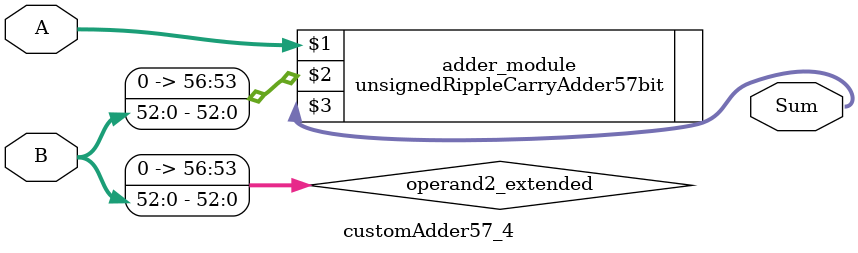
<source format=v>
module customAdder57_4(
                        input [56 : 0] A,
                        input [52 : 0] B,
                        
                        output [57 : 0] Sum
                );

        wire [56 : 0] operand2_extended;
        
        assign operand2_extended =  {4'b0, B};
        
        unsignedRippleCarryAdder57bit adder_module(
            A,
            operand2_extended,
            Sum
        );
        
        endmodule
        
</source>
